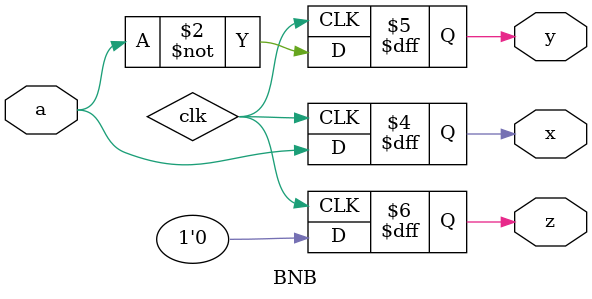
<source format=v>
module BNB(x, y, z, a);
  input a;
  output x, y, z;
  
  reg x, y, z;
  reg clk;
  
  always @(posedge clk) begin
    x = a;
    y = ~x;
    z = y & a;
  end
endmodule
</source>
